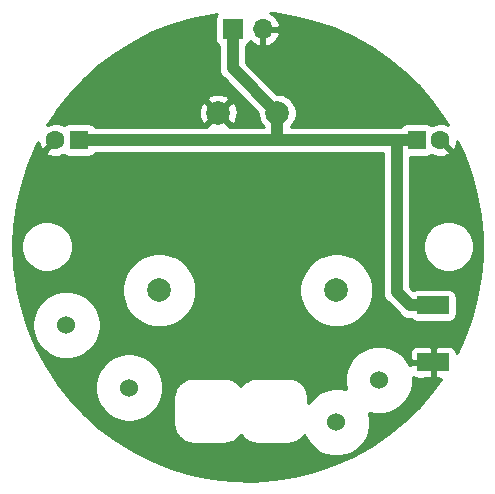
<source format=gtl>
%TF.GenerationSoftware,KiCad,Pcbnew,(5.1.9-0-10_14)*%
%TF.CreationDate,2024-01-23T16:21:58+01:00*%
%TF.ProjectId,mains-psu,6d61696e-732d-4707-9375-2e6b69636164,rev?*%
%TF.SameCoordinates,Original*%
%TF.FileFunction,Copper,L1,Top*%
%TF.FilePolarity,Positive*%
%FSLAX46Y46*%
G04 Gerber Fmt 4.6, Leading zero omitted, Abs format (unit mm)*
G04 Created by KiCad (PCBNEW (5.1.9-0-10_14)) date 2024-01-23 16:21:58*
%MOMM*%
%LPD*%
G01*
G04 APERTURE LIST*
%TA.AperFunction,ComponentPad*%
%ADD10C,1.600000*%
%TD*%
%TA.AperFunction,ComponentPad*%
%ADD11R,1.600000X1.600000*%
%TD*%
%TA.AperFunction,SMDPad,CuDef*%
%ADD12R,2.700000X1.500000*%
%TD*%
%TA.AperFunction,ComponentPad*%
%ADD13C,2.000000*%
%TD*%
%TA.AperFunction,ComponentPad*%
%ADD14C,1.524000*%
%TD*%
%TA.AperFunction,ComponentPad*%
%ADD15O,1.700000X1.700000*%
%TD*%
%TA.AperFunction,ComponentPad*%
%ADD16R,1.700000X1.700000*%
%TD*%
%TA.AperFunction,Conductor*%
%ADD17C,1.000000*%
%TD*%
%TA.AperFunction,Conductor*%
%ADD18C,0.254000*%
%TD*%
%TA.AperFunction,Conductor*%
%ADD19C,0.100000*%
%TD*%
G04 APERTURE END LIST*
D10*
%TO.P,C2,2*%
%TO.N,GND*%
X16300000Y9000000D03*
D11*
%TO.P,C2,1*%
%TO.N,+3V3*%
X14300000Y9000000D03*
%TD*%
D12*
%TO.P,D1,2*%
%TO.N,GND*%
X15700000Y-9800000D03*
%TO.P,D1,1*%
%TO.N,+3V3*%
X15700000Y-5000000D03*
%TD*%
D13*
%TO.P,U1,2*%
%TO.N,Net-(F1-Pad1)*%
X7500000Y-3700000D03*
%TO.P,U1,1*%
%TO.N,NEUT*%
X-7500000Y-3700000D03*
%TO.P,U1,4*%
%TO.N,GND*%
X-2500000Y11300000D03*
%TO.P,U1,3*%
%TO.N,+3V3*%
X2500000Y11300000D03*
%TD*%
D14*
%TO.P,RV1,2*%
%TO.N,NEUT*%
X-10048350Y-11951650D03*
%TO.P,RV1,1*%
%TO.N,Net-(F1-Pad1)*%
X-15351650Y-6648350D03*
%TD*%
%TO.P,F1,2*%
%TO.N,LINE*%
X7503949Y-14896051D03*
%TO.P,F1,1*%
%TO.N,Net-(F1-Pad1)*%
X11096051Y-11303949D03*
%TD*%
D15*
%TO.P,J3,2*%
%TO.N,GND*%
X1270000Y18400000D03*
D16*
%TO.P,J3,1*%
%TO.N,+3V3*%
X-1270000Y18400000D03*
%TD*%
D10*
%TO.P,C1,2*%
%TO.N,GND*%
X-16300000Y9000000D03*
D11*
%TO.P,C1,1*%
%TO.N,+3V3*%
X-14300000Y9000000D03*
%TD*%
D17*
%TO.N,+3V3*%
X-1270000Y16630000D02*
X-1270000Y18400000D01*
X-1270000Y15070000D02*
X-1270000Y18400000D01*
X2500000Y11300000D02*
X-1270000Y15070000D01*
X2500000Y9400000D02*
X2100000Y9000000D01*
X2500000Y11300000D02*
X2500000Y9400000D01*
X2100000Y9000000D02*
X-14300000Y9000000D01*
X15700000Y-5000000D02*
X13700000Y-5000000D01*
X12600000Y-3900000D02*
X12600000Y9000000D01*
X13700000Y-5000000D02*
X12600000Y-3900000D01*
X12600000Y9000000D02*
X2100000Y9000000D01*
X14300000Y9000000D02*
X12600000Y9000000D01*
%TD*%
D18*
%TO.N,GND*%
X16493748Y9014143D02*
X16479605Y9000000D01*
X17292702Y8186903D01*
X17536671Y8258486D01*
X17657571Y8513996D01*
X17726300Y8788184D01*
X17730951Y8882544D01*
X18293116Y7696068D01*
X18901711Y6049205D01*
X19362375Y4354998D01*
X19671502Y2626707D01*
X19826672Y877859D01*
X19826672Y-877859D01*
X19671502Y-2626707D01*
X19362375Y-4354998D01*
X18901711Y-6049205D01*
X18293116Y-7696068D01*
X17681797Y-8986286D01*
X17675812Y-8925518D01*
X17639502Y-8805820D01*
X17580537Y-8695506D01*
X17501185Y-8598815D01*
X17404494Y-8519463D01*
X17294180Y-8460498D01*
X17174482Y-8424188D01*
X17050000Y-8411928D01*
X15985750Y-8415000D01*
X15827000Y-8573750D01*
X15827000Y-9673000D01*
X15847000Y-9673000D01*
X15847000Y-9927000D01*
X15827000Y-9927000D01*
X15827000Y-11026250D01*
X15985750Y-11185000D01*
X16374591Y-11186122D01*
X15632929Y-12226165D01*
X14491205Y-13559961D01*
X13236067Y-14787633D01*
X11877340Y-15899571D01*
X10425656Y-16887074D01*
X8892377Y-17742412D01*
X7289503Y-18458892D01*
X5629579Y-19030907D01*
X3925596Y-19453978D01*
X2190890Y-19724796D01*
X439037Y-19841240D01*
X-1316252Y-19802400D01*
X-3061239Y-19608579D01*
X-4782268Y-19261295D01*
X-6465870Y-18763264D01*
X-8098867Y-18118386D01*
X-9668480Y-17331707D01*
X-11162423Y-16409384D01*
X-12569006Y-15358635D01*
X-13877219Y-14187684D01*
X-15076824Y-12905695D01*
X-16045494Y-11667108D01*
X-12937350Y-11667108D01*
X-12937350Y-12236192D01*
X-12826328Y-12794340D01*
X-12608549Y-13320105D01*
X-12292383Y-13793280D01*
X-11889980Y-14195683D01*
X-11416805Y-14511849D01*
X-10891040Y-14729628D01*
X-10332892Y-14840650D01*
X-9763808Y-14840650D01*
X-9205660Y-14729628D01*
X-8679895Y-14511849D01*
X-8206720Y-14195683D01*
X-7804317Y-13793280D01*
X-7488151Y-13320105D01*
X-7270372Y-12794340D01*
X-7264709Y-12765866D01*
X-6295000Y-12765866D01*
X-6294999Y-15034135D01*
X-6292072Y-15063850D01*
X-6292115Y-15069972D01*
X-6291169Y-15079630D01*
X-6270768Y-15273727D01*
X-6258095Y-15335461D01*
X-6246298Y-15397304D01*
X-6243494Y-15406594D01*
X-6185782Y-15593032D01*
X-6161372Y-15651101D01*
X-6137775Y-15709505D01*
X-6133219Y-15718074D01*
X-6040394Y-15889750D01*
X-6005167Y-15941977D01*
X-5970677Y-15994683D01*
X-5964544Y-16002204D01*
X-5840140Y-16152581D01*
X-5795467Y-16196943D01*
X-5751372Y-16241971D01*
X-5743900Y-16248152D01*
X-5743894Y-16248158D01*
X-5743887Y-16248162D01*
X-5592652Y-16371507D01*
X-5540191Y-16406363D01*
X-5488210Y-16441954D01*
X-5479679Y-16446567D01*
X-5479675Y-16446570D01*
X-5479671Y-16446572D01*
X-5307352Y-16538195D01*
X-5249105Y-16562203D01*
X-5191217Y-16587013D01*
X-5181953Y-16589881D01*
X-5181946Y-16589884D01*
X-5181939Y-16589885D01*
X-4995110Y-16646292D01*
X-4933342Y-16658522D01*
X-4871706Y-16671623D01*
X-4862055Y-16672638D01*
X-4667821Y-16691683D01*
X-4667813Y-16691683D01*
X-4634135Y-16695000D01*
X-1965865Y-16695000D01*
X-1936141Y-16692072D01*
X-1930028Y-16692115D01*
X-1920370Y-16691169D01*
X-1726273Y-16670768D01*
X-1664539Y-16658095D01*
X-1602696Y-16646298D01*
X-1593406Y-16643494D01*
X-1406968Y-16585782D01*
X-1348899Y-16561372D01*
X-1290495Y-16537775D01*
X-1281926Y-16533219D01*
X-1110250Y-16440394D01*
X-1058023Y-16405167D01*
X-1005317Y-16370677D01*
X-997796Y-16364544D01*
X-847419Y-16240140D01*
X-803057Y-16195467D01*
X-758029Y-16151372D01*
X-751848Y-16143900D01*
X-751842Y-16143894D01*
X-751838Y-16143887D01*
X-628493Y-15992652D01*
X-600035Y-15949820D01*
X-570677Y-15994683D01*
X-564544Y-16002204D01*
X-440140Y-16152581D01*
X-395467Y-16196943D01*
X-351372Y-16241971D01*
X-343900Y-16248152D01*
X-343894Y-16248158D01*
X-343887Y-16248162D01*
X-192652Y-16371507D01*
X-140191Y-16406363D01*
X-88210Y-16441954D01*
X-79679Y-16446567D01*
X-79675Y-16446570D01*
X-79671Y-16446572D01*
X92648Y-16538195D01*
X150895Y-16562203D01*
X208783Y-16587013D01*
X218047Y-16589881D01*
X218054Y-16589884D01*
X218061Y-16589885D01*
X404890Y-16646292D01*
X466658Y-16658522D01*
X528294Y-16671623D01*
X537945Y-16672638D01*
X732179Y-16691683D01*
X732187Y-16691683D01*
X765865Y-16695000D01*
X3434135Y-16695000D01*
X3463859Y-16692072D01*
X3469972Y-16692115D01*
X3479630Y-16691169D01*
X3673727Y-16670768D01*
X3735461Y-16658095D01*
X3797304Y-16646298D01*
X3806594Y-16643494D01*
X3993032Y-16585782D01*
X4051101Y-16561372D01*
X4109505Y-16537775D01*
X4118074Y-16533219D01*
X4289750Y-16440394D01*
X4341977Y-16405167D01*
X4394683Y-16370677D01*
X4402204Y-16364544D01*
X4552581Y-16240140D01*
X4596943Y-16195467D01*
X4641971Y-16151372D01*
X4648152Y-16143900D01*
X4648158Y-16143894D01*
X4648162Y-16143887D01*
X4771507Y-15992652D01*
X4806363Y-15940191D01*
X4808264Y-15937414D01*
X4943750Y-16264506D01*
X5259916Y-16737681D01*
X5662319Y-17140084D01*
X6135494Y-17456250D01*
X6661259Y-17674029D01*
X7219407Y-17785051D01*
X7788491Y-17785051D01*
X8346639Y-17674029D01*
X8872404Y-17456250D01*
X9345579Y-17140084D01*
X9747982Y-16737681D01*
X10064148Y-16264506D01*
X10281927Y-15738741D01*
X10392949Y-15180593D01*
X10392949Y-14611509D01*
X10289020Y-14089020D01*
X10811509Y-14192949D01*
X11380593Y-14192949D01*
X11938741Y-14081927D01*
X12464506Y-13864148D01*
X12937681Y-13547982D01*
X13340084Y-13145579D01*
X13656250Y-12672404D01*
X13874029Y-12146639D01*
X13985051Y-11588491D01*
X13985051Y-11071957D01*
X13995506Y-11080537D01*
X14105820Y-11139502D01*
X14225518Y-11175812D01*
X14350000Y-11188072D01*
X15414250Y-11185000D01*
X15573000Y-11026250D01*
X15573000Y-9927000D01*
X13873750Y-9927000D01*
X13717466Y-10083284D01*
X13656250Y-9935494D01*
X13340084Y-9462319D01*
X12937681Y-9059916D01*
X12922841Y-9050000D01*
X13711928Y-9050000D01*
X13715000Y-9514250D01*
X13873750Y-9673000D01*
X15573000Y-9673000D01*
X15573000Y-8573750D01*
X15414250Y-8415000D01*
X14350000Y-8411928D01*
X14225518Y-8424188D01*
X14105820Y-8460498D01*
X13995506Y-8519463D01*
X13898815Y-8598815D01*
X13819463Y-8695506D01*
X13760498Y-8805820D01*
X13724188Y-8925518D01*
X13711928Y-9050000D01*
X12922841Y-9050000D01*
X12464506Y-8743750D01*
X11938741Y-8525971D01*
X11380593Y-8414949D01*
X10811509Y-8414949D01*
X10253361Y-8525971D01*
X9727596Y-8743750D01*
X9254421Y-9059916D01*
X8852018Y-9462319D01*
X8535852Y-9935494D01*
X8318073Y-10461259D01*
X8207051Y-11019407D01*
X8207051Y-11588491D01*
X8310980Y-12110980D01*
X7788491Y-12007051D01*
X7219407Y-12007051D01*
X6661259Y-12118073D01*
X6135494Y-12335852D01*
X5662319Y-12652018D01*
X5259916Y-13054421D01*
X5095000Y-13301235D01*
X5095000Y-12765865D01*
X5092072Y-12736141D01*
X5092115Y-12730027D01*
X5091168Y-12720369D01*
X5070768Y-12526273D01*
X5058095Y-12464539D01*
X5046298Y-12402696D01*
X5043494Y-12393405D01*
X4985782Y-12206968D01*
X4961372Y-12148899D01*
X4937775Y-12090495D01*
X4933219Y-12081926D01*
X4840394Y-11910249D01*
X4805167Y-11858023D01*
X4770677Y-11805316D01*
X4764544Y-11797796D01*
X4640140Y-11647418D01*
X4595464Y-11603054D01*
X4551372Y-11558029D01*
X4543894Y-11551843D01*
X4392652Y-11428493D01*
X4340201Y-11393644D01*
X4288211Y-11358046D01*
X4279679Y-11353433D01*
X4279675Y-11353430D01*
X4279671Y-11353428D01*
X4107352Y-11261805D01*
X4049134Y-11237809D01*
X3991217Y-11212987D01*
X3981947Y-11210117D01*
X3795111Y-11153708D01*
X3733321Y-11141473D01*
X3671705Y-11128377D01*
X3662054Y-11127362D01*
X3467821Y-11108317D01*
X3467813Y-11108317D01*
X3434135Y-11105000D01*
X765865Y-11105000D01*
X736141Y-11107928D01*
X730027Y-11107885D01*
X720369Y-11108832D01*
X526273Y-11129232D01*
X464539Y-11141905D01*
X402696Y-11153702D01*
X393405Y-11156506D01*
X206968Y-11214218D01*
X148899Y-11238628D01*
X90495Y-11262225D01*
X81926Y-11266781D01*
X-89751Y-11359606D01*
X-141977Y-11394833D01*
X-194684Y-11429323D01*
X-202204Y-11435456D01*
X-352582Y-11559860D01*
X-396946Y-11604536D01*
X-441971Y-11648628D01*
X-448157Y-11656106D01*
X-571507Y-11807348D01*
X-599965Y-11850180D01*
X-629323Y-11805316D01*
X-635456Y-11797796D01*
X-759860Y-11647418D01*
X-804536Y-11603054D01*
X-848628Y-11558029D01*
X-856106Y-11551843D01*
X-1007348Y-11428493D01*
X-1059799Y-11393644D01*
X-1111789Y-11358046D01*
X-1120321Y-11353433D01*
X-1120325Y-11353430D01*
X-1120329Y-11353428D01*
X-1292648Y-11261805D01*
X-1350866Y-11237809D01*
X-1408783Y-11212987D01*
X-1418053Y-11210117D01*
X-1604889Y-11153708D01*
X-1666679Y-11141473D01*
X-1728295Y-11128377D01*
X-1737946Y-11127362D01*
X-1932179Y-11108317D01*
X-1932187Y-11108317D01*
X-1965865Y-11105000D01*
X-4634135Y-11105000D01*
X-4663859Y-11107928D01*
X-4669973Y-11107885D01*
X-4679631Y-11108832D01*
X-4873727Y-11129232D01*
X-4935461Y-11141905D01*
X-4997304Y-11153702D01*
X-5006595Y-11156506D01*
X-5193032Y-11214218D01*
X-5251101Y-11238628D01*
X-5309505Y-11262225D01*
X-5318074Y-11266781D01*
X-5489751Y-11359606D01*
X-5541977Y-11394833D01*
X-5594684Y-11429323D01*
X-5602204Y-11435456D01*
X-5752582Y-11559860D01*
X-5796946Y-11604536D01*
X-5841971Y-11648628D01*
X-5848157Y-11656106D01*
X-5971507Y-11807348D01*
X-6006356Y-11859799D01*
X-6041954Y-11911789D01*
X-6046567Y-11920321D01*
X-6046570Y-11920325D01*
X-6046570Y-11920326D01*
X-6138195Y-12092648D01*
X-6162191Y-12150866D01*
X-6187013Y-12208783D01*
X-6189883Y-12218053D01*
X-6246292Y-12404889D01*
X-6258527Y-12466679D01*
X-6271623Y-12528295D01*
X-6272638Y-12537946D01*
X-6291683Y-12732179D01*
X-6291683Y-12732188D01*
X-6295000Y-12765866D01*
X-7264709Y-12765866D01*
X-7159350Y-12236192D01*
X-7159350Y-11667108D01*
X-7270372Y-11108960D01*
X-7488151Y-10583195D01*
X-7804317Y-10110020D01*
X-8206720Y-9707617D01*
X-8679895Y-9391451D01*
X-9205660Y-9173672D01*
X-9763808Y-9062650D01*
X-10332892Y-9062650D01*
X-10891040Y-9173672D01*
X-11416805Y-9391451D01*
X-11889980Y-9707617D01*
X-12292383Y-10110020D01*
X-12608549Y-10583195D01*
X-12826328Y-11108960D01*
X-12937350Y-11667108D01*
X-16045494Y-11667108D01*
X-16158432Y-11522701D01*
X-17113579Y-10049527D01*
X-17934788Y-8497701D01*
X-18615634Y-6879370D01*
X-18780631Y-6363808D01*
X-18240650Y-6363808D01*
X-18240650Y-6932892D01*
X-18129628Y-7491040D01*
X-17911849Y-8016805D01*
X-17595683Y-8489980D01*
X-17193280Y-8892383D01*
X-16720105Y-9208549D01*
X-16194340Y-9426328D01*
X-15636192Y-9537350D01*
X-15067108Y-9537350D01*
X-14508960Y-9426328D01*
X-13983195Y-9208549D01*
X-13510020Y-8892383D01*
X-13107617Y-8489980D01*
X-12791451Y-8016805D01*
X-12573672Y-7491040D01*
X-12462650Y-6932892D01*
X-12462650Y-6363808D01*
X-12573672Y-5805660D01*
X-12791451Y-5279895D01*
X-13107617Y-4806720D01*
X-13510020Y-4404317D01*
X-13983195Y-4088151D01*
X-14508960Y-3870372D01*
X-15067108Y-3759350D01*
X-15636192Y-3759350D01*
X-16194340Y-3870372D01*
X-16720105Y-4088151D01*
X-17193280Y-4404317D01*
X-17595683Y-4806720D01*
X-17911849Y-5279895D01*
X-18129628Y-5805660D01*
X-18240650Y-6363808D01*
X-18780631Y-6363808D01*
X-19150787Y-5207198D01*
X-19536060Y-3494273D01*
X-19549714Y-3392017D01*
X-10627000Y-3392017D01*
X-10627000Y-4007983D01*
X-10506831Y-4612112D01*
X-10271111Y-5181190D01*
X-9928899Y-5693346D01*
X-9493346Y-6128899D01*
X-8981190Y-6471111D01*
X-8412112Y-6706831D01*
X-7807983Y-6827000D01*
X-7192017Y-6827000D01*
X-6587888Y-6706831D01*
X-6018810Y-6471111D01*
X-5506654Y-6128899D01*
X-5071101Y-5693346D01*
X-4728889Y-5181190D01*
X-4493169Y-4612112D01*
X-4373000Y-4007983D01*
X-4373000Y-3392017D01*
X4373000Y-3392017D01*
X4373000Y-4007983D01*
X4493169Y-4612112D01*
X4728889Y-5181190D01*
X5071101Y-5693346D01*
X5506654Y-6128899D01*
X6018810Y-6471111D01*
X6587888Y-6706831D01*
X7192017Y-6827000D01*
X7807983Y-6827000D01*
X8412112Y-6706831D01*
X8981190Y-6471111D01*
X9493346Y-6128899D01*
X9928899Y-5693346D01*
X10271111Y-5181190D01*
X10506831Y-4612112D01*
X10627000Y-4007983D01*
X10627000Y-3392017D01*
X10506831Y-2787888D01*
X10271111Y-2218810D01*
X9928899Y-1706654D01*
X9493346Y-1271101D01*
X8981190Y-928889D01*
X8412112Y-693169D01*
X7807983Y-573000D01*
X7192017Y-573000D01*
X6587888Y-693169D01*
X6018810Y-928889D01*
X5506654Y-1271101D01*
X5071101Y-1706654D01*
X4728889Y-2218810D01*
X4493169Y-2787888D01*
X4373000Y-3392017D01*
X-4373000Y-3392017D01*
X-4493169Y-2787888D01*
X-4728889Y-2218810D01*
X-5071101Y-1706654D01*
X-5506654Y-1271101D01*
X-6018810Y-928889D01*
X-6587888Y-693169D01*
X-7192017Y-573000D01*
X-7807983Y-573000D01*
X-8412112Y-693169D01*
X-8981190Y-928889D01*
X-9493346Y-1271101D01*
X-9928899Y-1706654D01*
X-10271111Y-2218810D01*
X-10506831Y-2787888D01*
X-10627000Y-3392017D01*
X-19549714Y-3392017D01*
X-19768436Y-1754000D01*
X-19846097Y0D01*
X-19836637Y213677D01*
X-19169503Y213677D01*
X-19169503Y-213677D01*
X-19086130Y-632821D01*
X-18922588Y-1027645D01*
X-18685163Y-1382977D01*
X-18382977Y-1685163D01*
X-18027645Y-1922588D01*
X-17632821Y-2086130D01*
X-17213677Y-2169503D01*
X-16786323Y-2169503D01*
X-16367179Y-2086130D01*
X-15972355Y-1922588D01*
X-15617023Y-1685163D01*
X-15314837Y-1382977D01*
X-15077412Y-1027645D01*
X-14913870Y-632821D01*
X-14830497Y-213677D01*
X-14830497Y213677D01*
X-14913870Y632821D01*
X-15077412Y1027645D01*
X-15314837Y1382977D01*
X-15617023Y1685163D01*
X-15972355Y1922588D01*
X-16367179Y2086130D01*
X-16786323Y2169503D01*
X-17213677Y2169503D01*
X-17632821Y2086130D01*
X-18027645Y1922588D01*
X-18382977Y1685163D01*
X-18685163Y1382977D01*
X-18922588Y1027645D01*
X-19086130Y632821D01*
X-19169503Y213677D01*
X-19836637Y213677D01*
X-19768436Y1754000D01*
X-19536060Y3494273D01*
X-19150787Y5207198D01*
X-18615634Y6879370D01*
X-17934788Y8497701D01*
X-17732796Y8879402D01*
X-17698787Y8649870D01*
X-17603603Y8383708D01*
X-17536671Y8258486D01*
X-17292702Y8186903D01*
X-16479605Y9000000D01*
X-16493748Y9014143D01*
X-16314143Y9193748D01*
X-16300000Y9179605D01*
X-16285858Y9193748D01*
X-16106253Y9014143D01*
X-16120395Y9000000D01*
X-16106253Y8985858D01*
X-16285858Y8806253D01*
X-16300000Y8820395D01*
X-17113097Y8007298D01*
X-17041514Y7763329D01*
X-16786004Y7642429D01*
X-16511816Y7573700D01*
X-16229488Y7559783D01*
X-15949870Y7601213D01*
X-15683708Y7696397D01*
X-15561691Y7761616D01*
X-15551185Y7748815D01*
X-15454494Y7669463D01*
X-15344180Y7610498D01*
X-15224482Y7574188D01*
X-15100000Y7561928D01*
X-13500000Y7561928D01*
X-13375518Y7574188D01*
X-13255820Y7610498D01*
X-13145506Y7669463D01*
X-13048815Y7748815D01*
X-12969463Y7845506D01*
X-12959043Y7865000D01*
X2044249Y7865000D01*
X2100000Y7859509D01*
X2155751Y7865000D01*
X11465001Y7865000D01*
X11465000Y-3844248D01*
X11459509Y-3900000D01*
X11465000Y-3955751D01*
X11481423Y-4122498D01*
X11546324Y-4336446D01*
X11651716Y-4533623D01*
X11793551Y-4706449D01*
X11836864Y-4741996D01*
X12858008Y-5763140D01*
X12893551Y-5806449D01*
X13066377Y-5948284D01*
X13255188Y-6049205D01*
X13263553Y-6053676D01*
X13477501Y-6118577D01*
X13700000Y-6140491D01*
X13755751Y-6135000D01*
X13844499Y-6135000D01*
X13898815Y-6201185D01*
X13995506Y-6280537D01*
X14105820Y-6339502D01*
X14225518Y-6375812D01*
X14350000Y-6388072D01*
X17050000Y-6388072D01*
X17174482Y-6375812D01*
X17294180Y-6339502D01*
X17404494Y-6280537D01*
X17501185Y-6201185D01*
X17580537Y-6104494D01*
X17639502Y-5994180D01*
X17675812Y-5874482D01*
X17688072Y-5750000D01*
X17688072Y-4250000D01*
X17675812Y-4125518D01*
X17639502Y-4005820D01*
X17580537Y-3895506D01*
X17501185Y-3798815D01*
X17404494Y-3719463D01*
X17294180Y-3660498D01*
X17174482Y-3624188D01*
X17050000Y-3611928D01*
X14350000Y-3611928D01*
X14225518Y-3624188D01*
X14105820Y-3660498D01*
X14014462Y-3709331D01*
X13735000Y-3429869D01*
X13735000Y213677D01*
X14830497Y213677D01*
X14830497Y-213677D01*
X14913870Y-632821D01*
X15077412Y-1027645D01*
X15314837Y-1382977D01*
X15617023Y-1685163D01*
X15972355Y-1922588D01*
X16367179Y-2086130D01*
X16786323Y-2169503D01*
X17213677Y-2169503D01*
X17632821Y-2086130D01*
X18027645Y-1922588D01*
X18382977Y-1685163D01*
X18685163Y-1382977D01*
X18922588Y-1027645D01*
X19086130Y-632821D01*
X19169503Y-213677D01*
X19169503Y213677D01*
X19086130Y632821D01*
X18922588Y1027645D01*
X18685163Y1382977D01*
X18382977Y1685163D01*
X18027645Y1922588D01*
X17632821Y2086130D01*
X17213677Y2169503D01*
X16786323Y2169503D01*
X16367179Y2086130D01*
X15972355Y1922588D01*
X15617023Y1685163D01*
X15314837Y1382977D01*
X15077412Y1027645D01*
X14913870Y632821D01*
X14830497Y213677D01*
X13735000Y213677D01*
X13735000Y7561928D01*
X15100000Y7561928D01*
X15224482Y7574188D01*
X15344180Y7610498D01*
X15454494Y7669463D01*
X15551185Y7748815D01*
X15561807Y7761758D01*
X15813996Y7642429D01*
X16088184Y7573700D01*
X16370512Y7559783D01*
X16650130Y7601213D01*
X16916292Y7696397D01*
X17041514Y7763329D01*
X17113097Y8007298D01*
X16300000Y8820395D01*
X16285858Y8806253D01*
X16106253Y8985858D01*
X16120395Y9000000D01*
X16106253Y9014143D01*
X16285858Y9193748D01*
X16300000Y9179605D01*
X16314143Y9193748D01*
X16493748Y9014143D01*
%TA.AperFunction,Conductor*%
D19*
G36*
X16493748Y9014143D02*
G01*
X16479605Y9000000D01*
X17292702Y8186903D01*
X17536671Y8258486D01*
X17657571Y8513996D01*
X17726300Y8788184D01*
X17730951Y8882544D01*
X18293116Y7696068D01*
X18901711Y6049205D01*
X19362375Y4354998D01*
X19671502Y2626707D01*
X19826672Y877859D01*
X19826672Y-877859D01*
X19671502Y-2626707D01*
X19362375Y-4354998D01*
X18901711Y-6049205D01*
X18293116Y-7696068D01*
X17681797Y-8986286D01*
X17675812Y-8925518D01*
X17639502Y-8805820D01*
X17580537Y-8695506D01*
X17501185Y-8598815D01*
X17404494Y-8519463D01*
X17294180Y-8460498D01*
X17174482Y-8424188D01*
X17050000Y-8411928D01*
X15985750Y-8415000D01*
X15827000Y-8573750D01*
X15827000Y-9673000D01*
X15847000Y-9673000D01*
X15847000Y-9927000D01*
X15827000Y-9927000D01*
X15827000Y-11026250D01*
X15985750Y-11185000D01*
X16374591Y-11186122D01*
X15632929Y-12226165D01*
X14491205Y-13559961D01*
X13236067Y-14787633D01*
X11877340Y-15899571D01*
X10425656Y-16887074D01*
X8892377Y-17742412D01*
X7289503Y-18458892D01*
X5629579Y-19030907D01*
X3925596Y-19453978D01*
X2190890Y-19724796D01*
X439037Y-19841240D01*
X-1316252Y-19802400D01*
X-3061239Y-19608579D01*
X-4782268Y-19261295D01*
X-6465870Y-18763264D01*
X-8098867Y-18118386D01*
X-9668480Y-17331707D01*
X-11162423Y-16409384D01*
X-12569006Y-15358635D01*
X-13877219Y-14187684D01*
X-15076824Y-12905695D01*
X-16045494Y-11667108D01*
X-12937350Y-11667108D01*
X-12937350Y-12236192D01*
X-12826328Y-12794340D01*
X-12608549Y-13320105D01*
X-12292383Y-13793280D01*
X-11889980Y-14195683D01*
X-11416805Y-14511849D01*
X-10891040Y-14729628D01*
X-10332892Y-14840650D01*
X-9763808Y-14840650D01*
X-9205660Y-14729628D01*
X-8679895Y-14511849D01*
X-8206720Y-14195683D01*
X-7804317Y-13793280D01*
X-7488151Y-13320105D01*
X-7270372Y-12794340D01*
X-7264709Y-12765866D01*
X-6295000Y-12765866D01*
X-6294999Y-15034135D01*
X-6292072Y-15063850D01*
X-6292115Y-15069972D01*
X-6291169Y-15079630D01*
X-6270768Y-15273727D01*
X-6258095Y-15335461D01*
X-6246298Y-15397304D01*
X-6243494Y-15406594D01*
X-6185782Y-15593032D01*
X-6161372Y-15651101D01*
X-6137775Y-15709505D01*
X-6133219Y-15718074D01*
X-6040394Y-15889750D01*
X-6005167Y-15941977D01*
X-5970677Y-15994683D01*
X-5964544Y-16002204D01*
X-5840140Y-16152581D01*
X-5795467Y-16196943D01*
X-5751372Y-16241971D01*
X-5743900Y-16248152D01*
X-5743894Y-16248158D01*
X-5743887Y-16248162D01*
X-5592652Y-16371507D01*
X-5540191Y-16406363D01*
X-5488210Y-16441954D01*
X-5479679Y-16446567D01*
X-5479675Y-16446570D01*
X-5479671Y-16446572D01*
X-5307352Y-16538195D01*
X-5249105Y-16562203D01*
X-5191217Y-16587013D01*
X-5181953Y-16589881D01*
X-5181946Y-16589884D01*
X-5181939Y-16589885D01*
X-4995110Y-16646292D01*
X-4933342Y-16658522D01*
X-4871706Y-16671623D01*
X-4862055Y-16672638D01*
X-4667821Y-16691683D01*
X-4667813Y-16691683D01*
X-4634135Y-16695000D01*
X-1965865Y-16695000D01*
X-1936141Y-16692072D01*
X-1930028Y-16692115D01*
X-1920370Y-16691169D01*
X-1726273Y-16670768D01*
X-1664539Y-16658095D01*
X-1602696Y-16646298D01*
X-1593406Y-16643494D01*
X-1406968Y-16585782D01*
X-1348899Y-16561372D01*
X-1290495Y-16537775D01*
X-1281926Y-16533219D01*
X-1110250Y-16440394D01*
X-1058023Y-16405167D01*
X-1005317Y-16370677D01*
X-997796Y-16364544D01*
X-847419Y-16240140D01*
X-803057Y-16195467D01*
X-758029Y-16151372D01*
X-751848Y-16143900D01*
X-751842Y-16143894D01*
X-751838Y-16143887D01*
X-628493Y-15992652D01*
X-600035Y-15949820D01*
X-570677Y-15994683D01*
X-564544Y-16002204D01*
X-440140Y-16152581D01*
X-395467Y-16196943D01*
X-351372Y-16241971D01*
X-343900Y-16248152D01*
X-343894Y-16248158D01*
X-343887Y-16248162D01*
X-192652Y-16371507D01*
X-140191Y-16406363D01*
X-88210Y-16441954D01*
X-79679Y-16446567D01*
X-79675Y-16446570D01*
X-79671Y-16446572D01*
X92648Y-16538195D01*
X150895Y-16562203D01*
X208783Y-16587013D01*
X218047Y-16589881D01*
X218054Y-16589884D01*
X218061Y-16589885D01*
X404890Y-16646292D01*
X466658Y-16658522D01*
X528294Y-16671623D01*
X537945Y-16672638D01*
X732179Y-16691683D01*
X732187Y-16691683D01*
X765865Y-16695000D01*
X3434135Y-16695000D01*
X3463859Y-16692072D01*
X3469972Y-16692115D01*
X3479630Y-16691169D01*
X3673727Y-16670768D01*
X3735461Y-16658095D01*
X3797304Y-16646298D01*
X3806594Y-16643494D01*
X3993032Y-16585782D01*
X4051101Y-16561372D01*
X4109505Y-16537775D01*
X4118074Y-16533219D01*
X4289750Y-16440394D01*
X4341977Y-16405167D01*
X4394683Y-16370677D01*
X4402204Y-16364544D01*
X4552581Y-16240140D01*
X4596943Y-16195467D01*
X4641971Y-16151372D01*
X4648152Y-16143900D01*
X4648158Y-16143894D01*
X4648162Y-16143887D01*
X4771507Y-15992652D01*
X4806363Y-15940191D01*
X4808264Y-15937414D01*
X4943750Y-16264506D01*
X5259916Y-16737681D01*
X5662319Y-17140084D01*
X6135494Y-17456250D01*
X6661259Y-17674029D01*
X7219407Y-17785051D01*
X7788491Y-17785051D01*
X8346639Y-17674029D01*
X8872404Y-17456250D01*
X9345579Y-17140084D01*
X9747982Y-16737681D01*
X10064148Y-16264506D01*
X10281927Y-15738741D01*
X10392949Y-15180593D01*
X10392949Y-14611509D01*
X10289020Y-14089020D01*
X10811509Y-14192949D01*
X11380593Y-14192949D01*
X11938741Y-14081927D01*
X12464506Y-13864148D01*
X12937681Y-13547982D01*
X13340084Y-13145579D01*
X13656250Y-12672404D01*
X13874029Y-12146639D01*
X13985051Y-11588491D01*
X13985051Y-11071957D01*
X13995506Y-11080537D01*
X14105820Y-11139502D01*
X14225518Y-11175812D01*
X14350000Y-11188072D01*
X15414250Y-11185000D01*
X15573000Y-11026250D01*
X15573000Y-9927000D01*
X13873750Y-9927000D01*
X13717466Y-10083284D01*
X13656250Y-9935494D01*
X13340084Y-9462319D01*
X12937681Y-9059916D01*
X12922841Y-9050000D01*
X13711928Y-9050000D01*
X13715000Y-9514250D01*
X13873750Y-9673000D01*
X15573000Y-9673000D01*
X15573000Y-8573750D01*
X15414250Y-8415000D01*
X14350000Y-8411928D01*
X14225518Y-8424188D01*
X14105820Y-8460498D01*
X13995506Y-8519463D01*
X13898815Y-8598815D01*
X13819463Y-8695506D01*
X13760498Y-8805820D01*
X13724188Y-8925518D01*
X13711928Y-9050000D01*
X12922841Y-9050000D01*
X12464506Y-8743750D01*
X11938741Y-8525971D01*
X11380593Y-8414949D01*
X10811509Y-8414949D01*
X10253361Y-8525971D01*
X9727596Y-8743750D01*
X9254421Y-9059916D01*
X8852018Y-9462319D01*
X8535852Y-9935494D01*
X8318073Y-10461259D01*
X8207051Y-11019407D01*
X8207051Y-11588491D01*
X8310980Y-12110980D01*
X7788491Y-12007051D01*
X7219407Y-12007051D01*
X6661259Y-12118073D01*
X6135494Y-12335852D01*
X5662319Y-12652018D01*
X5259916Y-13054421D01*
X5095000Y-13301235D01*
X5095000Y-12765865D01*
X5092072Y-12736141D01*
X5092115Y-12730027D01*
X5091168Y-12720369D01*
X5070768Y-12526273D01*
X5058095Y-12464539D01*
X5046298Y-12402696D01*
X5043494Y-12393405D01*
X4985782Y-12206968D01*
X4961372Y-12148899D01*
X4937775Y-12090495D01*
X4933219Y-12081926D01*
X4840394Y-11910249D01*
X4805167Y-11858023D01*
X4770677Y-11805316D01*
X4764544Y-11797796D01*
X4640140Y-11647418D01*
X4595464Y-11603054D01*
X4551372Y-11558029D01*
X4543894Y-11551843D01*
X4392652Y-11428493D01*
X4340201Y-11393644D01*
X4288211Y-11358046D01*
X4279679Y-11353433D01*
X4279675Y-11353430D01*
X4279671Y-11353428D01*
X4107352Y-11261805D01*
X4049134Y-11237809D01*
X3991217Y-11212987D01*
X3981947Y-11210117D01*
X3795111Y-11153708D01*
X3733321Y-11141473D01*
X3671705Y-11128377D01*
X3662054Y-11127362D01*
X3467821Y-11108317D01*
X3467813Y-11108317D01*
X3434135Y-11105000D01*
X765865Y-11105000D01*
X736141Y-11107928D01*
X730027Y-11107885D01*
X720369Y-11108832D01*
X526273Y-11129232D01*
X464539Y-11141905D01*
X402696Y-11153702D01*
X393405Y-11156506D01*
X206968Y-11214218D01*
X148899Y-11238628D01*
X90495Y-11262225D01*
X81926Y-11266781D01*
X-89751Y-11359606D01*
X-141977Y-11394833D01*
X-194684Y-11429323D01*
X-202204Y-11435456D01*
X-352582Y-11559860D01*
X-396946Y-11604536D01*
X-441971Y-11648628D01*
X-448157Y-11656106D01*
X-571507Y-11807348D01*
X-599965Y-11850180D01*
X-629323Y-11805316D01*
X-635456Y-11797796D01*
X-759860Y-11647418D01*
X-804536Y-11603054D01*
X-848628Y-11558029D01*
X-856106Y-11551843D01*
X-1007348Y-11428493D01*
X-1059799Y-11393644D01*
X-1111789Y-11358046D01*
X-1120321Y-11353433D01*
X-1120325Y-11353430D01*
X-1120329Y-11353428D01*
X-1292648Y-11261805D01*
X-1350866Y-11237809D01*
X-1408783Y-11212987D01*
X-1418053Y-11210117D01*
X-1604889Y-11153708D01*
X-1666679Y-11141473D01*
X-1728295Y-11128377D01*
X-1737946Y-11127362D01*
X-1932179Y-11108317D01*
X-1932187Y-11108317D01*
X-1965865Y-11105000D01*
X-4634135Y-11105000D01*
X-4663859Y-11107928D01*
X-4669973Y-11107885D01*
X-4679631Y-11108832D01*
X-4873727Y-11129232D01*
X-4935461Y-11141905D01*
X-4997304Y-11153702D01*
X-5006595Y-11156506D01*
X-5193032Y-11214218D01*
X-5251101Y-11238628D01*
X-5309505Y-11262225D01*
X-5318074Y-11266781D01*
X-5489751Y-11359606D01*
X-5541977Y-11394833D01*
X-5594684Y-11429323D01*
X-5602204Y-11435456D01*
X-5752582Y-11559860D01*
X-5796946Y-11604536D01*
X-5841971Y-11648628D01*
X-5848157Y-11656106D01*
X-5971507Y-11807348D01*
X-6006356Y-11859799D01*
X-6041954Y-11911789D01*
X-6046567Y-11920321D01*
X-6046570Y-11920325D01*
X-6046570Y-11920326D01*
X-6138195Y-12092648D01*
X-6162191Y-12150866D01*
X-6187013Y-12208783D01*
X-6189883Y-12218053D01*
X-6246292Y-12404889D01*
X-6258527Y-12466679D01*
X-6271623Y-12528295D01*
X-6272638Y-12537946D01*
X-6291683Y-12732179D01*
X-6291683Y-12732188D01*
X-6295000Y-12765866D01*
X-7264709Y-12765866D01*
X-7159350Y-12236192D01*
X-7159350Y-11667108D01*
X-7270372Y-11108960D01*
X-7488151Y-10583195D01*
X-7804317Y-10110020D01*
X-8206720Y-9707617D01*
X-8679895Y-9391451D01*
X-9205660Y-9173672D01*
X-9763808Y-9062650D01*
X-10332892Y-9062650D01*
X-10891040Y-9173672D01*
X-11416805Y-9391451D01*
X-11889980Y-9707617D01*
X-12292383Y-10110020D01*
X-12608549Y-10583195D01*
X-12826328Y-11108960D01*
X-12937350Y-11667108D01*
X-16045494Y-11667108D01*
X-16158432Y-11522701D01*
X-17113579Y-10049527D01*
X-17934788Y-8497701D01*
X-18615634Y-6879370D01*
X-18780631Y-6363808D01*
X-18240650Y-6363808D01*
X-18240650Y-6932892D01*
X-18129628Y-7491040D01*
X-17911849Y-8016805D01*
X-17595683Y-8489980D01*
X-17193280Y-8892383D01*
X-16720105Y-9208549D01*
X-16194340Y-9426328D01*
X-15636192Y-9537350D01*
X-15067108Y-9537350D01*
X-14508960Y-9426328D01*
X-13983195Y-9208549D01*
X-13510020Y-8892383D01*
X-13107617Y-8489980D01*
X-12791451Y-8016805D01*
X-12573672Y-7491040D01*
X-12462650Y-6932892D01*
X-12462650Y-6363808D01*
X-12573672Y-5805660D01*
X-12791451Y-5279895D01*
X-13107617Y-4806720D01*
X-13510020Y-4404317D01*
X-13983195Y-4088151D01*
X-14508960Y-3870372D01*
X-15067108Y-3759350D01*
X-15636192Y-3759350D01*
X-16194340Y-3870372D01*
X-16720105Y-4088151D01*
X-17193280Y-4404317D01*
X-17595683Y-4806720D01*
X-17911849Y-5279895D01*
X-18129628Y-5805660D01*
X-18240650Y-6363808D01*
X-18780631Y-6363808D01*
X-19150787Y-5207198D01*
X-19536060Y-3494273D01*
X-19549714Y-3392017D01*
X-10627000Y-3392017D01*
X-10627000Y-4007983D01*
X-10506831Y-4612112D01*
X-10271111Y-5181190D01*
X-9928899Y-5693346D01*
X-9493346Y-6128899D01*
X-8981190Y-6471111D01*
X-8412112Y-6706831D01*
X-7807983Y-6827000D01*
X-7192017Y-6827000D01*
X-6587888Y-6706831D01*
X-6018810Y-6471111D01*
X-5506654Y-6128899D01*
X-5071101Y-5693346D01*
X-4728889Y-5181190D01*
X-4493169Y-4612112D01*
X-4373000Y-4007983D01*
X-4373000Y-3392017D01*
X4373000Y-3392017D01*
X4373000Y-4007983D01*
X4493169Y-4612112D01*
X4728889Y-5181190D01*
X5071101Y-5693346D01*
X5506654Y-6128899D01*
X6018810Y-6471111D01*
X6587888Y-6706831D01*
X7192017Y-6827000D01*
X7807983Y-6827000D01*
X8412112Y-6706831D01*
X8981190Y-6471111D01*
X9493346Y-6128899D01*
X9928899Y-5693346D01*
X10271111Y-5181190D01*
X10506831Y-4612112D01*
X10627000Y-4007983D01*
X10627000Y-3392017D01*
X10506831Y-2787888D01*
X10271111Y-2218810D01*
X9928899Y-1706654D01*
X9493346Y-1271101D01*
X8981190Y-928889D01*
X8412112Y-693169D01*
X7807983Y-573000D01*
X7192017Y-573000D01*
X6587888Y-693169D01*
X6018810Y-928889D01*
X5506654Y-1271101D01*
X5071101Y-1706654D01*
X4728889Y-2218810D01*
X4493169Y-2787888D01*
X4373000Y-3392017D01*
X-4373000Y-3392017D01*
X-4493169Y-2787888D01*
X-4728889Y-2218810D01*
X-5071101Y-1706654D01*
X-5506654Y-1271101D01*
X-6018810Y-928889D01*
X-6587888Y-693169D01*
X-7192017Y-573000D01*
X-7807983Y-573000D01*
X-8412112Y-693169D01*
X-8981190Y-928889D01*
X-9493346Y-1271101D01*
X-9928899Y-1706654D01*
X-10271111Y-2218810D01*
X-10506831Y-2787888D01*
X-10627000Y-3392017D01*
X-19549714Y-3392017D01*
X-19768436Y-1754000D01*
X-19846097Y0D01*
X-19836637Y213677D01*
X-19169503Y213677D01*
X-19169503Y-213677D01*
X-19086130Y-632821D01*
X-18922588Y-1027645D01*
X-18685163Y-1382977D01*
X-18382977Y-1685163D01*
X-18027645Y-1922588D01*
X-17632821Y-2086130D01*
X-17213677Y-2169503D01*
X-16786323Y-2169503D01*
X-16367179Y-2086130D01*
X-15972355Y-1922588D01*
X-15617023Y-1685163D01*
X-15314837Y-1382977D01*
X-15077412Y-1027645D01*
X-14913870Y-632821D01*
X-14830497Y-213677D01*
X-14830497Y213677D01*
X-14913870Y632821D01*
X-15077412Y1027645D01*
X-15314837Y1382977D01*
X-15617023Y1685163D01*
X-15972355Y1922588D01*
X-16367179Y2086130D01*
X-16786323Y2169503D01*
X-17213677Y2169503D01*
X-17632821Y2086130D01*
X-18027645Y1922588D01*
X-18382977Y1685163D01*
X-18685163Y1382977D01*
X-18922588Y1027645D01*
X-19086130Y632821D01*
X-19169503Y213677D01*
X-19836637Y213677D01*
X-19768436Y1754000D01*
X-19536060Y3494273D01*
X-19150787Y5207198D01*
X-18615634Y6879370D01*
X-17934788Y8497701D01*
X-17732796Y8879402D01*
X-17698787Y8649870D01*
X-17603603Y8383708D01*
X-17536671Y8258486D01*
X-17292702Y8186903D01*
X-16479605Y9000000D01*
X-16493748Y9014143D01*
X-16314143Y9193748D01*
X-16300000Y9179605D01*
X-16285858Y9193748D01*
X-16106253Y9014143D01*
X-16120395Y9000000D01*
X-16106253Y8985858D01*
X-16285858Y8806253D01*
X-16300000Y8820395D01*
X-17113097Y8007298D01*
X-17041514Y7763329D01*
X-16786004Y7642429D01*
X-16511816Y7573700D01*
X-16229488Y7559783D01*
X-15949870Y7601213D01*
X-15683708Y7696397D01*
X-15561691Y7761616D01*
X-15551185Y7748815D01*
X-15454494Y7669463D01*
X-15344180Y7610498D01*
X-15224482Y7574188D01*
X-15100000Y7561928D01*
X-13500000Y7561928D01*
X-13375518Y7574188D01*
X-13255820Y7610498D01*
X-13145506Y7669463D01*
X-13048815Y7748815D01*
X-12969463Y7845506D01*
X-12959043Y7865000D01*
X2044249Y7865000D01*
X2100000Y7859509D01*
X2155751Y7865000D01*
X11465001Y7865000D01*
X11465000Y-3844248D01*
X11459509Y-3900000D01*
X11465000Y-3955751D01*
X11481423Y-4122498D01*
X11546324Y-4336446D01*
X11651716Y-4533623D01*
X11793551Y-4706449D01*
X11836864Y-4741996D01*
X12858008Y-5763140D01*
X12893551Y-5806449D01*
X13066377Y-5948284D01*
X13255188Y-6049205D01*
X13263553Y-6053676D01*
X13477501Y-6118577D01*
X13700000Y-6140491D01*
X13755751Y-6135000D01*
X13844499Y-6135000D01*
X13898815Y-6201185D01*
X13995506Y-6280537D01*
X14105820Y-6339502D01*
X14225518Y-6375812D01*
X14350000Y-6388072D01*
X17050000Y-6388072D01*
X17174482Y-6375812D01*
X17294180Y-6339502D01*
X17404494Y-6280537D01*
X17501185Y-6201185D01*
X17580537Y-6104494D01*
X17639502Y-5994180D01*
X17675812Y-5874482D01*
X17688072Y-5750000D01*
X17688072Y-4250000D01*
X17675812Y-4125518D01*
X17639502Y-4005820D01*
X17580537Y-3895506D01*
X17501185Y-3798815D01*
X17404494Y-3719463D01*
X17294180Y-3660498D01*
X17174482Y-3624188D01*
X17050000Y-3611928D01*
X14350000Y-3611928D01*
X14225518Y-3624188D01*
X14105820Y-3660498D01*
X14014462Y-3709331D01*
X13735000Y-3429869D01*
X13735000Y213677D01*
X14830497Y213677D01*
X14830497Y-213677D01*
X14913870Y-632821D01*
X15077412Y-1027645D01*
X15314837Y-1382977D01*
X15617023Y-1685163D01*
X15972355Y-1922588D01*
X16367179Y-2086130D01*
X16786323Y-2169503D01*
X17213677Y-2169503D01*
X17632821Y-2086130D01*
X18027645Y-1922588D01*
X18382977Y-1685163D01*
X18685163Y-1382977D01*
X18922588Y-1027645D01*
X19086130Y-632821D01*
X19169503Y-213677D01*
X19169503Y213677D01*
X19086130Y632821D01*
X18922588Y1027645D01*
X18685163Y1382977D01*
X18382977Y1685163D01*
X18027645Y1922588D01*
X17632821Y2086130D01*
X17213677Y2169503D01*
X16786323Y2169503D01*
X16367179Y2086130D01*
X15972355Y1922588D01*
X15617023Y1685163D01*
X15314837Y1382977D01*
X15077412Y1027645D01*
X14913870Y632821D01*
X14830497Y213677D01*
X13735000Y213677D01*
X13735000Y7561928D01*
X15100000Y7561928D01*
X15224482Y7574188D01*
X15344180Y7610498D01*
X15454494Y7669463D01*
X15551185Y7748815D01*
X15561807Y7761758D01*
X15813996Y7642429D01*
X16088184Y7573700D01*
X16370512Y7559783D01*
X16650130Y7601213D01*
X16916292Y7696397D01*
X17041514Y7763329D01*
X17113097Y8007298D01*
X16300000Y8820395D01*
X16285858Y8806253D01*
X16106253Y8985858D01*
X16120395Y9000000D01*
X16106253Y9014143D01*
X16285858Y9193748D01*
X16300000Y9179605D01*
X16314143Y9193748D01*
X16493748Y9014143D01*
G37*
%TD.AperFunction*%
D18*
X-2650537Y19604494D02*
X-2709502Y19494180D01*
X-2745812Y19374482D01*
X-2758072Y19250000D01*
X-2758072Y17550000D01*
X-2745812Y17425518D01*
X-2709502Y17305820D01*
X-2650537Y17195506D01*
X-2571185Y17098815D01*
X-2474494Y17019463D01*
X-2405000Y16982317D01*
X-2405000Y15125752D01*
X-2410491Y15070000D01*
X-2405000Y15014249D01*
X-2388577Y14847502D01*
X-2323676Y14633554D01*
X-2218284Y14436377D01*
X-2076449Y14263551D01*
X-2033135Y14228004D01*
X865000Y11329868D01*
X865000Y11138967D01*
X927832Y10823088D01*
X1051082Y10525537D01*
X1230013Y10257748D01*
X1352761Y10135000D01*
X-1554908Y10135000D01*
X-1544192Y10164587D01*
X-2500000Y11120395D01*
X-3455808Y10164587D01*
X-3445092Y10135000D01*
X-12959043Y10135000D01*
X-12969463Y10154494D01*
X-13048815Y10251185D01*
X-13145506Y10330537D01*
X-13255820Y10389502D01*
X-13375518Y10425812D01*
X-13500000Y10438072D01*
X-15100000Y10438072D01*
X-15224482Y10425812D01*
X-15344180Y10389502D01*
X-15454494Y10330537D01*
X-15551185Y10251185D01*
X-15561807Y10238242D01*
X-15813996Y10357571D01*
X-16088184Y10426300D01*
X-16370512Y10440217D01*
X-16650130Y10398787D01*
X-16916292Y10303603D01*
X-16966111Y10276974D01*
X-16343407Y11237405D01*
X-4141718Y11237405D01*
X-4097961Y10918325D01*
X-3992795Y10613912D01*
X-3899814Y10439956D01*
X-3635413Y10344192D01*
X-2679605Y11300000D01*
X-2320395Y11300000D01*
X-1364587Y10344192D01*
X-1100186Y10439956D01*
X-959296Y10729571D01*
X-877616Y11041108D01*
X-858282Y11362595D01*
X-902039Y11681675D01*
X-1007205Y11986088D01*
X-1100186Y12160044D01*
X-1364587Y12255808D01*
X-2320395Y11300000D01*
X-2679605Y11300000D01*
X-3635413Y12255808D01*
X-3899814Y12160044D01*
X-4040704Y11870429D01*
X-4122384Y11558892D01*
X-4141718Y11237405D01*
X-16343407Y11237405D01*
X-16158432Y11522701D01*
X-15444621Y12435413D01*
X-3455808Y12435413D01*
X-2500000Y11479605D01*
X-1544192Y12435413D01*
X-1639956Y12699814D01*
X-1929571Y12840704D01*
X-2241108Y12922384D01*
X-2562595Y12941718D01*
X-2881675Y12897961D01*
X-3186088Y12792795D01*
X-3360044Y12699814D01*
X-3455808Y12435413D01*
X-15444621Y12435413D01*
X-15076824Y12905695D01*
X-13877219Y14187684D01*
X-12569006Y15358635D01*
X-11162423Y16409384D01*
X-9668480Y17331707D01*
X-8098867Y18118386D01*
X-6465870Y18763264D01*
X-4782268Y19261295D01*
X-3061239Y19608579D01*
X-2605656Y19659182D01*
X-2650537Y19604494D01*
%TA.AperFunction,Conductor*%
D19*
G36*
X-2650537Y19604494D02*
G01*
X-2709502Y19494180D01*
X-2745812Y19374482D01*
X-2758072Y19250000D01*
X-2758072Y17550000D01*
X-2745812Y17425518D01*
X-2709502Y17305820D01*
X-2650537Y17195506D01*
X-2571185Y17098815D01*
X-2474494Y17019463D01*
X-2405000Y16982317D01*
X-2405000Y15125752D01*
X-2410491Y15070000D01*
X-2405000Y15014249D01*
X-2388577Y14847502D01*
X-2323676Y14633554D01*
X-2218284Y14436377D01*
X-2076449Y14263551D01*
X-2033135Y14228004D01*
X865000Y11329868D01*
X865000Y11138967D01*
X927832Y10823088D01*
X1051082Y10525537D01*
X1230013Y10257748D01*
X1352761Y10135000D01*
X-1554908Y10135000D01*
X-1544192Y10164587D01*
X-2500000Y11120395D01*
X-3455808Y10164587D01*
X-3445092Y10135000D01*
X-12959043Y10135000D01*
X-12969463Y10154494D01*
X-13048815Y10251185D01*
X-13145506Y10330537D01*
X-13255820Y10389502D01*
X-13375518Y10425812D01*
X-13500000Y10438072D01*
X-15100000Y10438072D01*
X-15224482Y10425812D01*
X-15344180Y10389502D01*
X-15454494Y10330537D01*
X-15551185Y10251185D01*
X-15561807Y10238242D01*
X-15813996Y10357571D01*
X-16088184Y10426300D01*
X-16370512Y10440217D01*
X-16650130Y10398787D01*
X-16916292Y10303603D01*
X-16966111Y10276974D01*
X-16343407Y11237405D01*
X-4141718Y11237405D01*
X-4097961Y10918325D01*
X-3992795Y10613912D01*
X-3899814Y10439956D01*
X-3635413Y10344192D01*
X-2679605Y11300000D01*
X-2320395Y11300000D01*
X-1364587Y10344192D01*
X-1100186Y10439956D01*
X-959296Y10729571D01*
X-877616Y11041108D01*
X-858282Y11362595D01*
X-902039Y11681675D01*
X-1007205Y11986088D01*
X-1100186Y12160044D01*
X-1364587Y12255808D01*
X-2320395Y11300000D01*
X-2679605Y11300000D01*
X-3635413Y12255808D01*
X-3899814Y12160044D01*
X-4040704Y11870429D01*
X-4122384Y11558892D01*
X-4141718Y11237405D01*
X-16343407Y11237405D01*
X-16158432Y11522701D01*
X-15444621Y12435413D01*
X-3455808Y12435413D01*
X-2500000Y11479605D01*
X-1544192Y12435413D01*
X-1639956Y12699814D01*
X-1929571Y12840704D01*
X-2241108Y12922384D01*
X-2562595Y12941718D01*
X-2881675Y12897961D01*
X-3186088Y12792795D01*
X-3360044Y12699814D01*
X-3455808Y12435413D01*
X-15444621Y12435413D01*
X-15076824Y12905695D01*
X-13877219Y14187684D01*
X-12569006Y15358635D01*
X-11162423Y16409384D01*
X-9668480Y17331707D01*
X-8098867Y18118386D01*
X-6465870Y18763264D01*
X-4782268Y19261295D01*
X-3061239Y19608579D01*
X-2605656Y19659182D01*
X-2650537Y19604494D01*
G37*
%TD.AperFunction*%
D18*
X2190890Y19724796D02*
X3925596Y19453978D01*
X5629579Y19030907D01*
X7289503Y18458892D01*
X8892377Y17742412D01*
X10425656Y16887074D01*
X11877340Y15899571D01*
X13236067Y14787633D01*
X14491205Y13559961D01*
X15632929Y12226165D01*
X16652304Y10796682D01*
X16957933Y10276219D01*
X16786004Y10357571D01*
X16511816Y10426300D01*
X16229488Y10440217D01*
X15949870Y10398787D01*
X15683708Y10303603D01*
X15561691Y10238384D01*
X15551185Y10251185D01*
X15454494Y10330537D01*
X15344180Y10389502D01*
X15224482Y10425812D01*
X15100000Y10438072D01*
X13500000Y10438072D01*
X13375518Y10425812D01*
X13255820Y10389502D01*
X13145506Y10330537D01*
X13048815Y10251185D01*
X12969463Y10154494D01*
X12959043Y10135000D01*
X12655752Y10135000D01*
X12600000Y10140491D01*
X12544249Y10135000D01*
X3647239Y10135000D01*
X3769987Y10257748D01*
X3948918Y10525537D01*
X4072168Y10823088D01*
X4135000Y11138967D01*
X4135000Y11461033D01*
X4072168Y11776912D01*
X3948918Y12074463D01*
X3769987Y12342252D01*
X3542252Y12569987D01*
X3274463Y12748918D01*
X2976912Y12872168D01*
X2661033Y12935000D01*
X2470132Y12935000D01*
X-135000Y15540131D01*
X-135000Y16982317D01*
X-65506Y17019463D01*
X31185Y17098815D01*
X110537Y17195506D01*
X169502Y17305820D01*
X193966Y17386466D01*
X269731Y17302412D01*
X503080Y17128359D01*
X765901Y17003175D01*
X913110Y16958524D01*
X1143000Y17079845D01*
X1143000Y18273000D01*
X1397000Y18273000D01*
X1397000Y17079845D01*
X1626890Y16958524D01*
X1774099Y17003175D01*
X2036920Y17128359D01*
X2270269Y17302412D01*
X2465178Y17518645D01*
X2614157Y17768748D01*
X2711481Y18043109D01*
X2590814Y18273000D01*
X1397000Y18273000D01*
X1143000Y18273000D01*
X1123000Y18273000D01*
X1123000Y18527000D01*
X1143000Y18527000D01*
X1143000Y18547000D01*
X1397000Y18547000D01*
X1397000Y18527000D01*
X2590814Y18527000D01*
X2711481Y18756891D01*
X2614157Y19031252D01*
X2465178Y19281355D01*
X2270269Y19497588D01*
X2036920Y19671641D01*
X1882252Y19745311D01*
X2190890Y19724796D01*
%TA.AperFunction,Conductor*%
D19*
G36*
X2190890Y19724796D02*
G01*
X3925596Y19453978D01*
X5629579Y19030907D01*
X7289503Y18458892D01*
X8892377Y17742412D01*
X10425656Y16887074D01*
X11877340Y15899571D01*
X13236067Y14787633D01*
X14491205Y13559961D01*
X15632929Y12226165D01*
X16652304Y10796682D01*
X16957933Y10276219D01*
X16786004Y10357571D01*
X16511816Y10426300D01*
X16229488Y10440217D01*
X15949870Y10398787D01*
X15683708Y10303603D01*
X15561691Y10238384D01*
X15551185Y10251185D01*
X15454494Y10330537D01*
X15344180Y10389502D01*
X15224482Y10425812D01*
X15100000Y10438072D01*
X13500000Y10438072D01*
X13375518Y10425812D01*
X13255820Y10389502D01*
X13145506Y10330537D01*
X13048815Y10251185D01*
X12969463Y10154494D01*
X12959043Y10135000D01*
X12655752Y10135000D01*
X12600000Y10140491D01*
X12544249Y10135000D01*
X3647239Y10135000D01*
X3769987Y10257748D01*
X3948918Y10525537D01*
X4072168Y10823088D01*
X4135000Y11138967D01*
X4135000Y11461033D01*
X4072168Y11776912D01*
X3948918Y12074463D01*
X3769987Y12342252D01*
X3542252Y12569987D01*
X3274463Y12748918D01*
X2976912Y12872168D01*
X2661033Y12935000D01*
X2470132Y12935000D01*
X-135000Y15540131D01*
X-135000Y16982317D01*
X-65506Y17019463D01*
X31185Y17098815D01*
X110537Y17195506D01*
X169502Y17305820D01*
X193966Y17386466D01*
X269731Y17302412D01*
X503080Y17128359D01*
X765901Y17003175D01*
X913110Y16958524D01*
X1143000Y17079845D01*
X1143000Y18273000D01*
X1397000Y18273000D01*
X1397000Y17079845D01*
X1626890Y16958524D01*
X1774099Y17003175D01*
X2036920Y17128359D01*
X2270269Y17302412D01*
X2465178Y17518645D01*
X2614157Y17768748D01*
X2711481Y18043109D01*
X2590814Y18273000D01*
X1397000Y18273000D01*
X1143000Y18273000D01*
X1123000Y18273000D01*
X1123000Y18527000D01*
X1143000Y18527000D01*
X1143000Y18547000D01*
X1397000Y18547000D01*
X1397000Y18527000D01*
X2590814Y18527000D01*
X2711481Y18756891D01*
X2614157Y19031252D01*
X2465178Y19281355D01*
X2270269Y19497588D01*
X2036920Y19671641D01*
X1882252Y19745311D01*
X2190890Y19724796D01*
G37*
%TD.AperFunction*%
%TD*%
M02*

</source>
